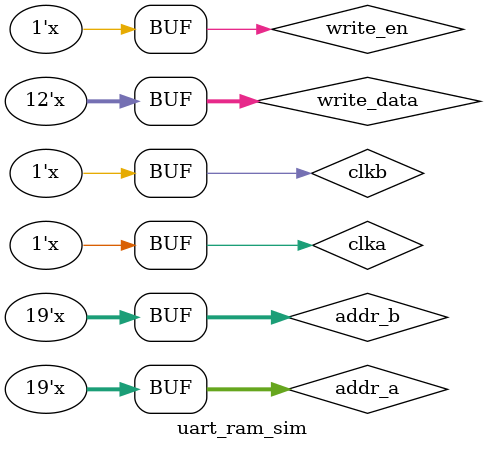
<source format=v>
`timescale 1ns / 1ps


module uart_ram_sim();
reg clka, clkb;
reg write_en;
reg [18:0] addr_a, addr_b;
reg [11:0] write_data;
wire [11:0] read_data;
uart_ram_ctrl sim(
    .clk_uart(clka), 
    .write_en(write_en),
    .write_data(write_data),
    .clk_read(clkb), 
    .read_data(read_data), 
    .addr_wr(addr_a), 
    .addr_rd(addr_b)
);
initial
begin
    clka = 0;
    clkb = 0;
    addr_a = 0;
    write_en = 1;
    addr_b = 10;
    write_data = 0;
end
always #4 clka = ~clka;
always #1 clkb = ~clkb;
always
begin
 #10 addr_a = addr_a + 1;
     write_data = write_data + 1;
end
always #40 addr_b = addr_b + 1;
always #4 write_en = ~write_en;
endmodule

</source>
